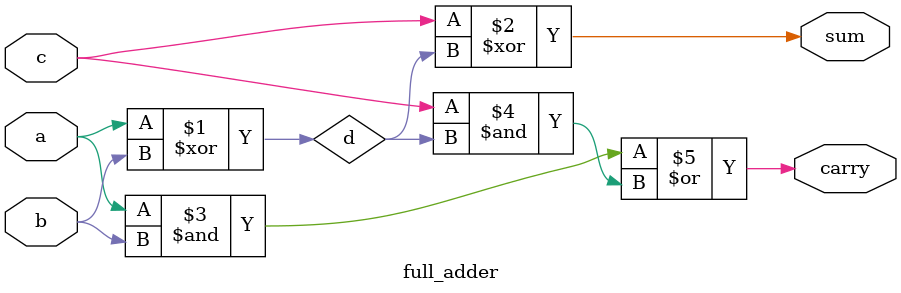
<source format=v>
`timescale 1ns / 1ps

module full_adder(input a, b, c, output sum, carry);
    wire d;
    assign d = a ^ b;
    assign sum = c ^ d;
    assign carry = a & b | c & d; 
endmodule

</source>
